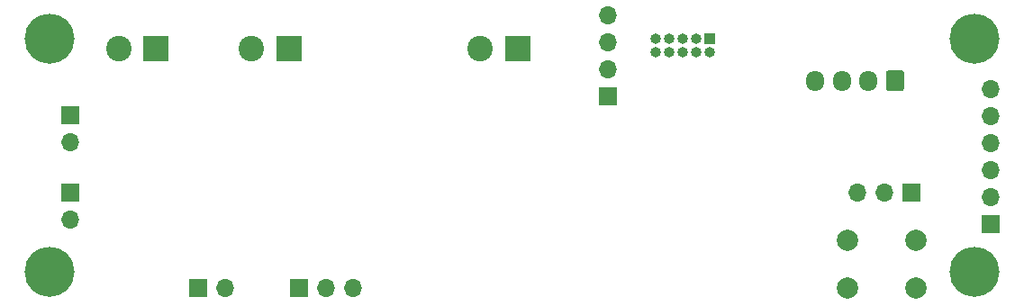
<source format=gbr>
G04 #@! TF.GenerationSoftware,KiCad,Pcbnew,5.1.10-88a1d61d58~90~ubuntu21.04.1*
G04 #@! TF.CreationDate,2021-10-08T15:28:45+02:00*
G04 #@! TF.ProjectId,DccDecoder,44636344-6563-46f6-9465-722e6b696361,rev?*
G04 #@! TF.SameCoordinates,Original*
G04 #@! TF.FileFunction,Soldermask,Bot*
G04 #@! TF.FilePolarity,Negative*
%FSLAX46Y46*%
G04 Gerber Fmt 4.6, Leading zero omitted, Abs format (unit mm)*
G04 Created by KiCad (PCBNEW 5.1.10-88a1d61d58~90~ubuntu21.04.1) date 2021-10-08 15:28:45*
%MOMM*%
%LPD*%
G01*
G04 APERTURE LIST*
%ADD10O,1.000000X1.000000*%
%ADD11R,1.000000X1.000000*%
%ADD12O,1.700000X1.700000*%
%ADD13R,1.700000X1.700000*%
%ADD14C,4.700000*%
%ADD15C,2.000000*%
%ADD16R,2.400000X2.400000*%
%ADD17C,2.400000*%
%ADD18O,1.700000X1.950000*%
G04 APERTURE END LIST*
D10*
X85960000Y-45270000D03*
X85960000Y-44000000D03*
X87230000Y-45270000D03*
X87230000Y-44000000D03*
X88500000Y-45270000D03*
X88500000Y-44000000D03*
X89770000Y-45270000D03*
X89770000Y-44000000D03*
X91040000Y-45270000D03*
D11*
X91040000Y-44000000D03*
D12*
X81500000Y-41880000D03*
X81500000Y-44420000D03*
X81500000Y-46960000D03*
D13*
X81500000Y-49500000D03*
D12*
X45540000Y-67500000D03*
D13*
X43000000Y-67500000D03*
D12*
X57540000Y-67500000D03*
X55000000Y-67500000D03*
D13*
X52460000Y-67500000D03*
D12*
X31000000Y-61040000D03*
D13*
X31000000Y-58500000D03*
D12*
X30995000Y-53755000D03*
D13*
X30995000Y-51215000D03*
X110000000Y-58500000D03*
D12*
X107460000Y-58500000D03*
X104920000Y-58500000D03*
X117500000Y-48800000D03*
X117500000Y-51340000D03*
X117500000Y-53880000D03*
X117500000Y-56420000D03*
X117500000Y-58960000D03*
D13*
X117500000Y-61500000D03*
D14*
X116000000Y-66000000D03*
X29000000Y-66000000D03*
X29000000Y-44000000D03*
X116000000Y-44000000D03*
D15*
X104000000Y-67500000D03*
X104000000Y-63000000D03*
X110500000Y-67500000D03*
X110500000Y-63000000D03*
D16*
X39000000Y-45000000D03*
D17*
X35500000Y-45000000D03*
D16*
X73000000Y-45000000D03*
D17*
X69500000Y-45000000D03*
D16*
X51500000Y-45000000D03*
D17*
X48000000Y-45000000D03*
D18*
X101000000Y-48000000D03*
X103500000Y-48000000D03*
X106000000Y-48000000D03*
G36*
G01*
X109350000Y-47275000D02*
X109350000Y-48725000D01*
G75*
G02*
X109100000Y-48975000I-250000J0D01*
G01*
X107900000Y-48975000D01*
G75*
G02*
X107650000Y-48725000I0J250000D01*
G01*
X107650000Y-47275000D01*
G75*
G02*
X107900000Y-47025000I250000J0D01*
G01*
X109100000Y-47025000D01*
G75*
G02*
X109350000Y-47275000I0J-250000D01*
G01*
G37*
M02*

</source>
